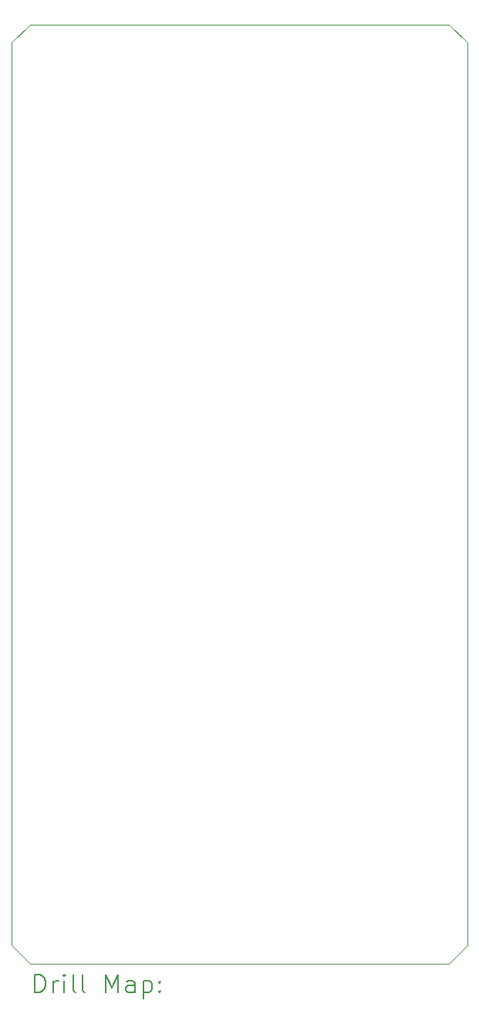
<source format=gbr>
%FSLAX45Y45*%
G04 Gerber Fmt 4.5, Leading zero omitted, Abs format (unit mm)*
G04 Created by KiCad (PCBNEW (6.0.6)) date 2023-02-05 11:57:08*
%MOMM*%
%LPD*%
G01*
G04 APERTURE LIST*
%TA.AperFunction,Profile*%
%ADD10C,0.100000*%
%TD*%
%ADD11C,0.200000*%
G04 APERTURE END LIST*
D10*
X17500000Y-4900000D02*
X17700000Y-4700000D01*
X22500000Y-4900000D02*
X22500000Y-14800000D01*
X22500000Y-14800000D02*
X22300000Y-15000000D01*
X22300000Y-4700000D02*
X22500000Y-4900000D01*
X17500000Y-5100000D02*
X17500000Y-4900000D01*
X17500000Y-14800000D02*
X17500000Y-5100000D01*
X17700000Y-15000000D02*
X22300000Y-15000000D01*
X17700000Y-4700000D02*
X22300000Y-4700000D01*
X17500000Y-14800000D02*
X17700000Y-15000000D01*
D11*
X17752619Y-15315476D02*
X17752619Y-15115476D01*
X17800238Y-15115476D01*
X17828810Y-15125000D01*
X17847857Y-15144048D01*
X17857381Y-15163095D01*
X17866905Y-15201190D01*
X17866905Y-15229762D01*
X17857381Y-15267857D01*
X17847857Y-15286905D01*
X17828810Y-15305952D01*
X17800238Y-15315476D01*
X17752619Y-15315476D01*
X17952619Y-15315476D02*
X17952619Y-15182143D01*
X17952619Y-15220238D02*
X17962143Y-15201190D01*
X17971667Y-15191667D01*
X17990714Y-15182143D01*
X18009762Y-15182143D01*
X18076429Y-15315476D02*
X18076429Y-15182143D01*
X18076429Y-15115476D02*
X18066905Y-15125000D01*
X18076429Y-15134524D01*
X18085952Y-15125000D01*
X18076429Y-15115476D01*
X18076429Y-15134524D01*
X18200238Y-15315476D02*
X18181190Y-15305952D01*
X18171667Y-15286905D01*
X18171667Y-15115476D01*
X18305000Y-15315476D02*
X18285952Y-15305952D01*
X18276429Y-15286905D01*
X18276429Y-15115476D01*
X18533571Y-15315476D02*
X18533571Y-15115476D01*
X18600238Y-15258333D01*
X18666905Y-15115476D01*
X18666905Y-15315476D01*
X18847857Y-15315476D02*
X18847857Y-15210714D01*
X18838333Y-15191667D01*
X18819286Y-15182143D01*
X18781190Y-15182143D01*
X18762143Y-15191667D01*
X18847857Y-15305952D02*
X18828810Y-15315476D01*
X18781190Y-15315476D01*
X18762143Y-15305952D01*
X18752619Y-15286905D01*
X18752619Y-15267857D01*
X18762143Y-15248809D01*
X18781190Y-15239286D01*
X18828810Y-15239286D01*
X18847857Y-15229762D01*
X18943095Y-15182143D02*
X18943095Y-15382143D01*
X18943095Y-15191667D02*
X18962143Y-15182143D01*
X19000238Y-15182143D01*
X19019286Y-15191667D01*
X19028810Y-15201190D01*
X19038333Y-15220238D01*
X19038333Y-15277381D01*
X19028810Y-15296428D01*
X19019286Y-15305952D01*
X19000238Y-15315476D01*
X18962143Y-15315476D01*
X18943095Y-15305952D01*
X19124048Y-15296428D02*
X19133571Y-15305952D01*
X19124048Y-15315476D01*
X19114524Y-15305952D01*
X19124048Y-15296428D01*
X19124048Y-15315476D01*
X19124048Y-15191667D02*
X19133571Y-15201190D01*
X19124048Y-15210714D01*
X19114524Y-15201190D01*
X19124048Y-15191667D01*
X19124048Y-15210714D01*
M02*

</source>
